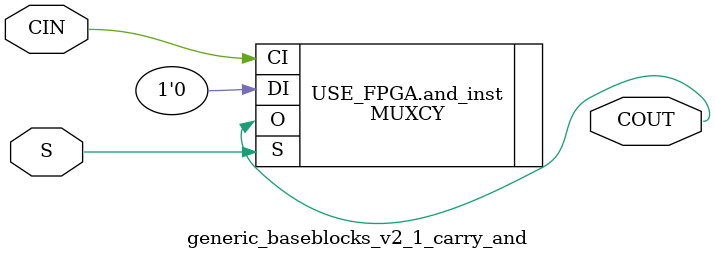
<source format=v>
`timescale 1ps/1ps


(* DowngradeIPIdentifiedWarnings="yes" *) 
module generic_baseblocks_v2_1_carry_and #
  (
   parameter         C_FAMILY                         = "virtex6"
                       // FPGA Family. Current version: virtex6 or spartan6.
   )
  (
   input  wire        CIN,
   input  wire        S,
   output wire        COUT
   );
  
  
  /////////////////////////////////////////////////////////////////////////////
  // Variables for generating parameter controlled instances.
  /////////////////////////////////////////////////////////////////////////////
  
  
  /////////////////////////////////////////////////////////////////////////////
  // Local params
  /////////////////////////////////////////////////////////////////////////////
  
  
  /////////////////////////////////////////////////////////////////////////////
  // Functions
  /////////////////////////////////////////////////////////////////////////////
  
  
  /////////////////////////////////////////////////////////////////////////////
  // Internal signals
  /////////////////////////////////////////////////////////////////////////////

  
  /////////////////////////////////////////////////////////////////////////////
  // Instantiate or use RTL code
  /////////////////////////////////////////////////////////////////////////////
  
  generate
    if ( C_FAMILY == "rtl" ) begin : USE_RTL
      assign COUT = CIN & S;
      
    end else begin : USE_FPGA
      MUXCY and_inst 
      (
       .O (COUT), 
       .CI (CIN), 
       .DI (1'b0), 
       .S (S)
      ); 
      
    end
  endgenerate
  
  
endmodule

</source>
